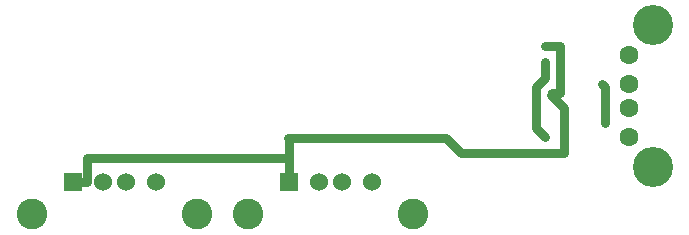
<source format=gbl>
G04 Layer: BottomLayer*
G04 EasyEDA v6.5.42, 2024-05-08 18:12:25*
G04 be8ffc033df6498d868a6c16453b8217,f8c0e07f684e49ff84154c9ab2af1557,10*
G04 Gerber Generator version 0.2*
G04 Scale: 100 percent, Rotated: No, Reflected: No *
G04 Dimensions in millimeters *
G04 leading zeros omitted , absolute positions ,4 integer and 5 decimal *
%FSLAX45Y45*%
%MOMM*%

%ADD10C,0.8000*%
%ADD11C,1.6000*%
%ADD12C,3.4000*%
%ADD13C,2.6000*%
%ADD14C,1.5240*%
%ADD15R,1.5240X1.5240*%
%ADD16C,0.6200*%

%LPD*%
D10*
X6261100Y-2229002D02*
G01*
X6261100Y-2362200D01*
X6184900Y-2438400D01*
X6184900Y-2788412D01*
X6261100Y-2864612D01*
X4083199Y-2870200D02*
G01*
X4094993Y-2881993D01*
X4094993Y-3242703D01*
X5422900Y-2870200D02*
G01*
X5549900Y-2997200D01*
X6426200Y-2997200D01*
X6426200Y-2619159D01*
X6308940Y-2501900D01*
X6261100Y-2088997D02*
G01*
X6388100Y-2088997D01*
X6388100Y-2489200D01*
X6321640Y-2489200D01*
X6308940Y-2501900D01*
X2266188Y-3242716D02*
G01*
X2384501Y-3242716D01*
X2384501Y-3035300D01*
X4089400Y-3035300D01*
X4094993Y-3040893D01*
X4094993Y-3242703D01*
X6769100Y-2743200D02*
G01*
X6769100Y-2440000D01*
X6743700Y-2414600D01*
X4083199Y-2870200D02*
G01*
X5422900Y-2870200D01*
D11*
G01*
X6973900Y-2164613D03*
G01*
X6973900Y-2414600D03*
G01*
X6973900Y-2614599D03*
G01*
X6973900Y-2864612D03*
D12*
G01*
X7173899Y-1914601D03*
G01*
X7173899Y-3114598D03*
D13*
G01*
X3745001Y-3513696D03*
G01*
X5144998Y-3513696D03*
D14*
G01*
X4794986Y-3242703D03*
G01*
X4544999Y-3242703D03*
G01*
X4345000Y-3242703D03*
D15*
G01*
X4094988Y-3242703D03*
D13*
G01*
X1916201Y-3513696D03*
G01*
X3316198Y-3513696D03*
D14*
G01*
X2966186Y-3242703D03*
G01*
X2716199Y-3242703D03*
G01*
X2516200Y-3242703D03*
D15*
G01*
X2266188Y-3242703D03*
D16*
G01*
X6261100Y-2864612D03*
G01*
X6261100Y-2088997D03*
G01*
X6261100Y-2229002D03*
G01*
X6743700Y-2414600D03*
G01*
X6769100Y-2743200D03*
G01*
X5422900Y-2870200D03*
G01*
X4083199Y-2870200D03*
G01*
X6308940Y-2501900D03*
G01*
X2266193Y-3242703D03*
G01*
X4094993Y-3242703D03*
G01*
X6261100Y-2088997D03*
G01*
X2266193Y-3242703D03*
M02*

</source>
